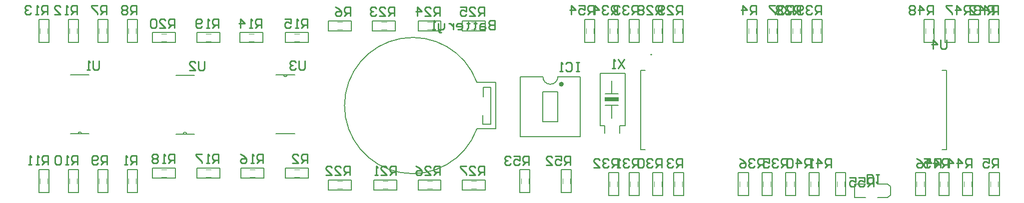
<source format=gbo>
G04*
G04 #@! TF.GenerationSoftware,Altium Limited,Altium Designer,18.0.7 (293)*
G04*
G04 Layer_Color=32896*
%FSTAX24Y24*%
%MOIN*%
G70*
G01*
G75*
%ADD10C,0.0060*%
%ADD11C,0.0100*%
%ADD12C,0.0040*%
%ADD13C,0.0050*%
%ADD14C,0.0070*%
%ADD51C,0.0150*%
%ADD52C,0.0079*%
%ADD53R,0.0920X0.0290*%
D10*
X004486Y040245D02*
G03*
X004246Y040245I-00012J0D01*
G01*
X017954Y044185D02*
G03*
X018194Y044185I00012J0D01*
G01*
X011502Y040229D02*
G03*
X011262Y040229I-00012J0D01*
G01*
X003746Y040245D02*
X004246D01*
X004486D01*
X004986D01*
X003746Y044185D02*
X004986D01*
X018194D02*
X018694D01*
X017954D02*
X018194D01*
X017454D02*
X017954D01*
X017454Y040245D02*
X018694D01*
X010762Y044169D02*
X012002D01*
X011502Y040229D02*
X012002D01*
X011262D02*
X011502D01*
X010762D02*
X011262D01*
D11*
X057296Y036728D02*
Y037327D01*
X056996D01*
X056896Y037228D01*
Y037028D01*
X056996Y036928D01*
X057296D01*
X057096D02*
X056896Y036728D01*
X056296Y037327D02*
X056696D01*
Y037028D01*
X056496Y037128D01*
X056396D01*
X056296Y037028D01*
Y036828D01*
X056396Y036728D01*
X056596D01*
X056696Y036828D01*
X055696Y037327D02*
X056096D01*
Y037028D01*
X055896Y037128D01*
X055796D01*
X055696Y037028D01*
Y036828D01*
X055796Y036728D01*
X055996D01*
X056096Y036828D01*
X03707Y03817D02*
Y03877D01*
X03677D01*
X03667Y03867D01*
Y03847D01*
X03677Y03837D01*
X03707D01*
X03687D02*
X03667Y03817D01*
X03607Y03877D02*
X03647D01*
Y03847D01*
X03627Y03857D01*
X03617D01*
X03607Y03847D01*
Y03827D01*
X03617Y03817D01*
X03637D01*
X03647Y03827D01*
X035471Y03817D02*
X03587D01*
X035471Y03857D01*
Y03867D01*
X03557Y03877D01*
X03577D01*
X03587Y03867D01*
X02535Y048127D02*
Y048727D01*
X02505D01*
X02495Y048627D01*
Y048427D01*
X02505Y048327D01*
X02535D01*
X02515D02*
X02495Y048127D01*
X02435D02*
X02475D01*
X02435Y048527D01*
Y048627D01*
X02445Y048727D01*
X02465D01*
X02475Y048627D01*
X02415D02*
X02405Y048727D01*
X02385D01*
X023751Y048627D01*
Y048527D01*
X02385Y048427D01*
X02395D01*
X02385D01*
X023751Y048327D01*
Y048227D01*
X02385Y048127D01*
X02405D01*
X02415Y048227D01*
X02239Y037497D02*
Y038097D01*
X02209D01*
X02199Y037997D01*
Y037797D01*
X02209Y037697D01*
X02239D01*
X02219D02*
X02199Y037497D01*
X02139D02*
X02179D01*
X02139Y037897D01*
Y037997D01*
X02149Y038097D01*
X02169D01*
X02179Y037997D01*
X020791Y037497D02*
X02119D01*
X020791Y037897D01*
Y037997D01*
X02089Y038097D01*
X02109D01*
X02119Y037997D01*
X02543Y037497D02*
Y038097D01*
X02513D01*
X02503Y037997D01*
Y037797D01*
X02513Y037697D01*
X02543D01*
X02523D02*
X02503Y037497D01*
X02443D02*
X02483D01*
X02443Y037897D01*
Y037997D01*
X02453Y038097D01*
X02473D01*
X02483Y037997D01*
X02423Y037497D02*
X02403D01*
X02413D01*
Y038097D01*
X02423Y037997D01*
X01067Y047337D02*
Y047937D01*
X01037D01*
X01027Y047837D01*
Y047637D01*
X01037Y047537D01*
X01067D01*
X01047D02*
X01027Y047337D01*
X00967D02*
X01007D01*
X00967Y047737D01*
Y047837D01*
X00977Y047937D01*
X00997D01*
X01007Y047837D01*
X00947D02*
X00937Y047937D01*
X00917D01*
X009071Y047837D01*
Y047437D01*
X00917Y047337D01*
X00937D01*
X00947Y047437D01*
Y047837D01*
X01362Y047337D02*
Y047937D01*
X01332D01*
X01322Y047837D01*
Y047637D01*
X01332Y047537D01*
X01362D01*
X01342D02*
X01322Y047337D01*
X01302D02*
X01282D01*
X01292D01*
Y047937D01*
X01302Y047837D01*
X01252Y047437D02*
X01242Y047337D01*
X01222D01*
X01212Y047437D01*
Y047837D01*
X01222Y047937D01*
X01242D01*
X01252Y047837D01*
Y047737D01*
X01242Y047637D01*
X01212D01*
X01067Y038287D02*
Y038887D01*
X01037D01*
X01027Y038787D01*
Y038587D01*
X01037Y038487D01*
X01067D01*
X01047D02*
X01027Y038287D01*
X01007D02*
X00987D01*
X00997D01*
Y038887D01*
X01007Y038787D01*
X00957D02*
X00947Y038887D01*
X00927D01*
X00917Y038787D01*
Y038687D01*
X00927Y038587D01*
X00917Y038487D01*
Y038387D01*
X00927Y038287D01*
X00947D01*
X00957Y038387D01*
Y038487D01*
X00947Y038587D01*
X00957Y038687D01*
Y038787D01*
X00947Y038587D02*
X00927D01*
X01362Y038287D02*
Y038887D01*
X01332D01*
X01322Y038787D01*
Y038587D01*
X01332Y038487D01*
X01362D01*
X01342D02*
X01322Y038287D01*
X01302D02*
X01282D01*
X01292D01*
Y038887D01*
X01302Y038787D01*
X01252Y038887D02*
X01212D01*
Y038787D01*
X01252Y038387D01*
Y038287D01*
X04067Y045207D02*
X04027Y044607D01*
Y045207D02*
X04067Y044607D01*
X04007D02*
X03987D01*
X03997D01*
Y045207D01*
X04007Y045107D01*
X06218Y04651D02*
Y04601D01*
X06208Y04591D01*
X06188D01*
X06178Y04601D01*
Y04651D01*
X06128Y04591D02*
Y04651D01*
X06158Y04621D01*
X06118D01*
X01937Y04511D02*
Y04461D01*
X01927Y04451D01*
X01907D01*
X01897Y04461D01*
Y04511D01*
X01877Y04501D02*
X01867Y04511D01*
X01847D01*
X01837Y04501D01*
Y04491D01*
X01847Y04481D01*
X01857D01*
X01847D01*
X01837Y04471D01*
Y04461D01*
X01847Y04451D01*
X01867D01*
X01877Y04461D01*
X01268Y045097D02*
Y044597D01*
X01258Y044497D01*
X01238D01*
X01228Y044597D01*
Y045097D01*
X01168Y044497D02*
X01208D01*
X01168Y044897D01*
Y044997D01*
X01178Y045097D01*
X01198D01*
X01208Y044997D01*
X00566Y04511D02*
Y04461D01*
X00556Y04451D01*
X00536D01*
X00526Y04461D01*
Y04511D01*
X00506Y04451D02*
X00486D01*
X00496D01*
Y04511D01*
X00506Y04501D01*
X03865Y04822D02*
Y04882D01*
X03835D01*
X03825Y04872D01*
Y04852D01*
X03835Y04842D01*
X03865D01*
X03845D02*
X03825Y04822D01*
X03765Y04882D02*
X03805D01*
Y04852D01*
X03785Y04862D01*
X03775D01*
X03765Y04852D01*
Y04832D01*
X03775Y04822D01*
X03795D01*
X03805Y04832D01*
X03715Y04822D02*
Y04882D01*
X03745Y04852D01*
X037051D01*
X03431Y03817D02*
Y03877D01*
X03401D01*
X03391Y03867D01*
Y03847D01*
X03401Y03837D01*
X03431D01*
X03411D02*
X03391Y03817D01*
X03331Y03877D02*
X03371D01*
Y03847D01*
X03351Y03857D01*
X03341D01*
X03331Y03847D01*
Y03827D01*
X03341Y03817D01*
X03361D01*
X03371Y03827D01*
X03311Y03867D02*
X03301Y03877D01*
X03281D01*
X032711Y03867D01*
Y03857D01*
X03281Y03847D01*
X03291D01*
X03281D01*
X032711Y03837D01*
Y03827D01*
X03281Y03817D01*
X03301D01*
X03311Y03827D01*
X06128Y04821D02*
Y04881D01*
X06098D01*
X06088Y04871D01*
Y04851D01*
X06098Y04841D01*
X06128D01*
X06108D02*
X06088Y04821D01*
X06038D02*
Y04881D01*
X06068Y04851D01*
X06028D01*
X06008Y04871D02*
X05998Y04881D01*
X05978D01*
X059681Y04871D01*
Y04861D01*
X05978Y04851D01*
X059681Y04841D01*
Y04831D01*
X05978Y04821D01*
X05998D01*
X06008Y04831D01*
Y04841D01*
X05998Y04851D01*
X06008Y04861D01*
Y04871D01*
X05998Y04851D02*
X05978D01*
X06374Y04821D02*
Y04881D01*
X06344D01*
X06334Y04871D01*
Y04851D01*
X06344Y04841D01*
X06374D01*
X06354D02*
X06334Y04821D01*
X06284D02*
Y04881D01*
X06314Y04851D01*
X06274D01*
X06254Y04881D02*
X062141D01*
Y04871D01*
X06254Y04831D01*
Y04821D01*
X06178Y03798D02*
Y03858D01*
X06148D01*
X06138Y03848D01*
Y03828D01*
X06148Y03818D01*
X06178D01*
X06158D02*
X06138Y03798D01*
X06088D02*
Y03858D01*
X06118Y03828D01*
X06078D01*
X060181Y03858D02*
X06038Y03848D01*
X06058Y03828D01*
Y03808D01*
X06048Y03798D01*
X06028D01*
X060181Y03808D01*
Y03818D01*
X06028Y03828D01*
X06058D01*
X06227Y03798D02*
Y03858D01*
X06197D01*
X06187Y03848D01*
Y03828D01*
X06197Y03818D01*
X06227D01*
X06207D02*
X06187Y03798D01*
X06137D02*
Y03858D01*
X06167Y03828D01*
X06127D01*
X060671Y03858D02*
X06107D01*
Y03828D01*
X06087Y03838D01*
X06077D01*
X060671Y03828D01*
Y03808D01*
X06077Y03798D01*
X06097D01*
X06107Y03808D01*
X06385Y03798D02*
Y03858D01*
X06355D01*
X06345Y03848D01*
Y03828D01*
X06355Y03818D01*
X06385D01*
X06365D02*
X06345Y03798D01*
X06295D02*
Y03858D01*
X06325Y03828D01*
X06285D01*
X06235Y03798D02*
Y03858D01*
X06265Y03828D01*
X062251D01*
X06561Y04821D02*
Y04881D01*
X06531D01*
X06521Y04871D01*
Y04851D01*
X06531Y04841D01*
X06561D01*
X06541D02*
X06521Y04821D01*
X06471D02*
Y04881D01*
X06501Y04851D01*
X06461D01*
X06441Y04871D02*
X06431Y04881D01*
X06411D01*
X064011Y04871D01*
Y04861D01*
X06411Y04851D01*
X06421D01*
X06411D01*
X064011Y04841D01*
Y04831D01*
X06411Y04821D01*
X06431D01*
X06441Y04831D01*
X06531Y04821D02*
Y04881D01*
X06501D01*
X06491Y04871D01*
Y04851D01*
X06501Y04841D01*
X06531D01*
X06511D02*
X06491Y04821D01*
X06441D02*
Y04881D01*
X06471Y04851D01*
X06431D01*
X063711Y04821D02*
X06411D01*
X063711Y04861D01*
Y04871D01*
X06381Y04881D01*
X06401D01*
X06411Y04871D01*
X05449Y03798D02*
Y03858D01*
X05419D01*
X05409Y03848D01*
Y03828D01*
X05419Y03818D01*
X05449D01*
X05429D02*
X05409Y03798D01*
X05359D02*
Y03858D01*
X05389Y03828D01*
X05349D01*
X05329Y03798D02*
X05309D01*
X05319D01*
Y03858D01*
X05329Y03848D01*
X05312Y03798D02*
Y03858D01*
X05282D01*
X05272Y03848D01*
Y03828D01*
X05282Y03818D01*
X05312D01*
X05292D02*
X05272Y03798D01*
X05222D02*
Y03858D01*
X05252Y03828D01*
X05212D01*
X05192Y03848D02*
X05182Y03858D01*
X05162D01*
X051521Y03848D01*
Y03808D01*
X05162Y03798D01*
X05182D01*
X05192Y03808D01*
Y03848D01*
X0538Y04821D02*
Y04881D01*
X0535D01*
X0534Y04871D01*
Y04851D01*
X0535Y04841D01*
X0538D01*
X0536D02*
X0534Y04821D01*
X0532Y04871D02*
X0531Y04881D01*
X0529D01*
X0528Y04871D01*
Y04861D01*
X0529Y04851D01*
X053D01*
X0529D01*
X0528Y04841D01*
Y04831D01*
X0529Y04821D01*
X0531D01*
X0532Y04831D01*
X0526D02*
X0525Y04821D01*
X0523D01*
X052201Y04831D01*
Y04871D01*
X0523Y04881D01*
X0525D01*
X0526Y04871D01*
Y04861D01*
X0525Y04851D01*
X052201D01*
X05242Y04821D02*
Y04881D01*
X05212D01*
X05202Y04871D01*
Y04851D01*
X05212Y04841D01*
X05242D01*
X05222D02*
X05202Y04821D01*
X05182Y04871D02*
X05172Y04881D01*
X05152D01*
X05142Y04871D01*
Y04861D01*
X05152Y04851D01*
X05162D01*
X05152D01*
X05142Y04841D01*
Y04831D01*
X05152Y04821D01*
X05172D01*
X05182Y04831D01*
X05122Y04871D02*
X05112Y04881D01*
X05092D01*
X050821Y04871D01*
Y04861D01*
X05092Y04851D01*
X050821Y04841D01*
Y04831D01*
X05092Y04821D01*
X05112D01*
X05122Y04831D01*
Y04841D01*
X05112Y04851D01*
X05122Y04861D01*
Y04871D01*
X05112Y04851D02*
X05092D01*
X05193Y04821D02*
Y04881D01*
X05163D01*
X05153Y04871D01*
Y04851D01*
X05163Y04841D01*
X05193D01*
X05173D02*
X05153Y04821D01*
X05133Y04871D02*
X05123Y04881D01*
X05103D01*
X05093Y04871D01*
Y04861D01*
X05103Y04851D01*
X05113D01*
X05103D01*
X05093Y04841D01*
Y04831D01*
X05103Y04821D01*
X05123D01*
X05133Y04831D01*
X05073Y04881D02*
X050331D01*
Y04871D01*
X05073Y04831D01*
Y04821D01*
X04997Y03798D02*
Y03858D01*
X04967D01*
X04957Y03848D01*
Y03828D01*
X04967Y03818D01*
X04997D01*
X04977D02*
X04957Y03798D01*
X04937Y03848D02*
X04927Y03858D01*
X04907D01*
X04897Y03848D01*
Y03838D01*
X04907Y03828D01*
X04917D01*
X04907D01*
X04897Y03818D01*
Y03808D01*
X04907Y03798D01*
X04927D01*
X04937Y03808D01*
X048371Y03858D02*
X04857Y03848D01*
X04877Y03828D01*
Y03808D01*
X04867Y03798D01*
X04847D01*
X048371Y03808D01*
Y03818D01*
X04847Y03828D01*
X04877D01*
X05154Y03798D02*
Y03858D01*
X05124D01*
X05114Y03848D01*
Y03828D01*
X05124Y03818D01*
X05154D01*
X05134D02*
X05114Y03798D01*
X05094Y03848D02*
X05084Y03858D01*
X05064D01*
X05054Y03848D01*
Y03838D01*
X05064Y03828D01*
X05074D01*
X05064D01*
X05054Y03818D01*
Y03808D01*
X05064Y03798D01*
X05084D01*
X05094Y03808D01*
X049941Y03858D02*
X05034D01*
Y03828D01*
X05014Y03838D01*
X05004D01*
X049941Y03828D01*
Y03808D01*
X05004Y03798D01*
X05024D01*
X05034Y03808D01*
X04022Y04821D02*
Y04881D01*
X03992D01*
X03982Y04871D01*
Y04851D01*
X03992Y04841D01*
X04022D01*
X04002D02*
X03982Y04821D01*
X03962Y04871D02*
X03952Y04881D01*
X03932D01*
X03922Y04871D01*
Y04861D01*
X03932Y04851D01*
X03942D01*
X03932D01*
X03922Y04841D01*
Y04831D01*
X03932Y04821D01*
X03952D01*
X03962Y04831D01*
X03872Y04821D02*
Y04881D01*
X03902Y04851D01*
X038621D01*
X04159Y04821D02*
Y04881D01*
X04129D01*
X04119Y04871D01*
Y04851D01*
X04129Y04841D01*
X04159D01*
X04139D02*
X04119Y04821D01*
X04099Y04871D02*
X04089Y04881D01*
X04069D01*
X04059Y04871D01*
Y04861D01*
X04069Y04851D01*
X04079D01*
X04069D01*
X04059Y04841D01*
Y04831D01*
X04069Y04821D01*
X04089D01*
X04099Y04831D01*
X04039Y04871D02*
X04029Y04881D01*
X04009D01*
X039991Y04871D01*
Y04861D01*
X04009Y04851D01*
X04019D01*
X04009D01*
X039991Y04841D01*
Y04831D01*
X04009Y04821D01*
X04029D01*
X04039Y04831D01*
X04023Y03798D02*
Y03858D01*
X03993D01*
X03983Y03848D01*
Y03828D01*
X03993Y03818D01*
X04023D01*
X04003D02*
X03983Y03798D01*
X03963Y03848D02*
X03953Y03858D01*
X03933D01*
X03923Y03848D01*
Y03838D01*
X03933Y03828D01*
X03943D01*
X03933D01*
X03923Y03818D01*
Y03808D01*
X03933Y03798D01*
X03953D01*
X03963Y03808D01*
X038631Y03798D02*
X03903D01*
X038631Y03838D01*
Y03848D01*
X03873Y03858D01*
X03893D01*
X03903Y03848D01*
X0416Y03798D02*
Y03858D01*
X0413D01*
X0412Y03848D01*
Y03828D01*
X0413Y03818D01*
X0416D01*
X0414D02*
X0412Y03798D01*
X041Y03848D02*
X0409Y03858D01*
X0407D01*
X0406Y03848D01*
Y03838D01*
X0407Y03828D01*
X0408D01*
X0407D01*
X0406Y03818D01*
Y03808D01*
X0407Y03798D01*
X0409D01*
X041Y03808D01*
X0404Y03798D02*
X0402D01*
X0403D01*
Y03858D01*
X0404Y03848D01*
X04318Y03798D02*
Y03858D01*
X04288D01*
X04278Y03848D01*
Y03828D01*
X04288Y03818D01*
X04318D01*
X04298D02*
X04278Y03798D01*
X04258Y03848D02*
X04248Y03858D01*
X04228D01*
X04218Y03848D01*
Y03838D01*
X04228Y03828D01*
X04238D01*
X04228D01*
X04218Y03818D01*
Y03808D01*
X04228Y03798D01*
X04248D01*
X04258Y03808D01*
X04198Y03848D02*
X04188Y03858D01*
X04168D01*
X041581Y03848D01*
Y03808D01*
X04168Y03798D01*
X04188D01*
X04198Y03808D01*
Y03848D01*
X04455Y04821D02*
Y04881D01*
X04425D01*
X04415Y04871D01*
Y04851D01*
X04425Y04841D01*
X04455D01*
X04435D02*
X04415Y04821D01*
X04355D02*
X04395D01*
X04355Y04861D01*
Y04871D01*
X04365Y04881D01*
X04385D01*
X04395Y04871D01*
X04335Y04831D02*
X04325Y04821D01*
X04305D01*
X042951Y04831D01*
Y04871D01*
X04305Y04881D01*
X04325D01*
X04335Y04871D01*
Y04861D01*
X04325Y04851D01*
X042951D01*
X04317Y04821D02*
Y04881D01*
X04287D01*
X04277Y04871D01*
Y04851D01*
X04287Y04841D01*
X04317D01*
X04297D02*
X04277Y04821D01*
X04217D02*
X04257D01*
X04217Y04861D01*
Y04871D01*
X04227Y04881D01*
X04247D01*
X04257Y04871D01*
X04197D02*
X04187Y04881D01*
X04167D01*
X041571Y04871D01*
Y04861D01*
X04167Y04851D01*
X041571Y04841D01*
Y04831D01*
X04167Y04821D01*
X04187D01*
X04197Y04831D01*
Y04841D01*
X04187Y04851D01*
X04197Y04861D01*
Y04871D01*
X04187Y04851D02*
X04167D01*
X03134Y037497D02*
Y038097D01*
X03104D01*
X03094Y037997D01*
Y037797D01*
X03104Y037697D01*
X03134D01*
X03114D02*
X03094Y037497D01*
X03034D02*
X03074D01*
X03034Y037897D01*
Y037997D01*
X03044Y038097D01*
X03064D01*
X03074Y037997D01*
X03014Y038097D02*
X029741D01*
Y037997D01*
X03014Y037597D01*
Y037497D01*
X02838D02*
Y038097D01*
X02808D01*
X02798Y037997D01*
Y037797D01*
X02808Y037697D01*
X02838D01*
X02818D02*
X02798Y037497D01*
X02738D02*
X02778D01*
X02738Y037897D01*
Y037997D01*
X02748Y038097D01*
X02768D01*
X02778Y037997D01*
X026781Y038097D02*
X02698Y037997D01*
X02718Y037797D01*
Y037597D01*
X02708Y037497D01*
X02688D01*
X026781Y037597D01*
Y037697D01*
X02688Y037797D01*
X02718D01*
X03134Y048127D02*
Y048727D01*
X03104D01*
X03094Y048627D01*
Y048427D01*
X03104Y048327D01*
X03134D01*
X03114D02*
X03094Y048127D01*
X03034D02*
X03074D01*
X03034Y048527D01*
Y048627D01*
X03044Y048727D01*
X03064D01*
X03074Y048627D01*
X029741Y048727D02*
X03014D01*
Y048427D01*
X02994Y048527D01*
X02984D01*
X029741Y048427D01*
Y048227D01*
X02984Y048127D01*
X03004D01*
X03014Y048227D01*
X02838Y048127D02*
Y048727D01*
X02808D01*
X02798Y048627D01*
Y048427D01*
X02808Y048327D01*
X02838D01*
X02818D02*
X02798Y048127D01*
X02738D02*
X02778D01*
X02738Y048527D01*
Y048627D01*
X02748Y048727D01*
X02768D01*
X02778Y048627D01*
X02688Y048127D02*
Y048727D01*
X02718Y048427D01*
X026781D01*
X01657Y038287D02*
Y038887D01*
X01627D01*
X01617Y038787D01*
Y038587D01*
X01627Y038487D01*
X01657D01*
X01637D02*
X01617Y038287D01*
X01597D02*
X01577D01*
X01587D01*
Y038887D01*
X01597Y038787D01*
X01507Y038887D02*
X01527Y038787D01*
X01547Y038587D01*
Y038387D01*
X01537Y038287D01*
X01517D01*
X01507Y038387D01*
Y038487D01*
X01517Y038587D01*
X01547D01*
X01953Y047337D02*
Y047937D01*
X01923D01*
X01913Y047837D01*
Y047637D01*
X01923Y047537D01*
X01953D01*
X01933D02*
X01913Y047337D01*
X01893D02*
X01873D01*
X01883D01*
Y047937D01*
X01893Y047837D01*
X01803Y047937D02*
X01843D01*
Y047637D01*
X01823Y047737D01*
X01813D01*
X01803Y047637D01*
Y047437D01*
X01813Y047337D01*
X01833D01*
X01843Y047437D01*
X01649Y047337D02*
Y047937D01*
X01619D01*
X01609Y047837D01*
Y047637D01*
X01619Y047537D01*
X01649D01*
X01629D02*
X01609Y047337D01*
X01589D02*
X01569D01*
X01579D01*
Y047937D01*
X01589Y047837D01*
X01509Y047337D02*
Y047937D01*
X01539Y047637D01*
X01499D01*
X00419Y048207D02*
Y048807D01*
X00389D01*
X00379Y048707D01*
Y048507D01*
X00389Y048407D01*
X00419D01*
X00399D02*
X00379Y048207D01*
X00359D02*
X00339D01*
X00349D01*
Y048807D01*
X00359Y048707D01*
X00269Y048207D02*
X00309D01*
X00269Y048607D01*
Y048707D01*
X00279Y048807D01*
X00299D01*
X00309Y048707D01*
X00223Y038177D02*
Y038777D01*
X00193D01*
X00183Y038677D01*
Y038477D01*
X00193Y038377D01*
X00223D01*
X00203D02*
X00183Y038177D01*
X00163D02*
X00143D01*
X00153D01*
Y038777D01*
X00163Y038677D01*
X00113Y038177D02*
X00093D01*
X00103D01*
Y038777D01*
X00113Y038677D01*
X0042Y038177D02*
Y038777D01*
X0039D01*
X0038Y038677D01*
Y038477D01*
X0039Y038377D01*
X0042D01*
X004D02*
X0038Y038177D01*
X0036D02*
X0034D01*
X0035D01*
Y038777D01*
X0036Y038677D01*
X0031D02*
X003Y038777D01*
X0028D01*
X0027Y038677D01*
Y038277D01*
X0028Y038177D01*
X003D01*
X0031Y038277D01*
Y038677D01*
X00617Y038177D02*
Y038777D01*
X00587D01*
X00577Y038677D01*
Y038477D01*
X00587Y038377D01*
X00617D01*
X00597D02*
X00577Y038177D01*
X00557Y038277D02*
X00547Y038177D01*
X00527D01*
X00517Y038277D01*
Y038677D01*
X00527Y038777D01*
X00547D01*
X00557Y038677D01*
Y038577D01*
X00547Y038477D01*
X00517D01*
X00813Y048207D02*
Y048807D01*
X00783D01*
X00773Y048707D01*
Y048507D01*
X00783Y048407D01*
X00813D01*
X00793D02*
X00773Y048207D01*
X00753Y048707D02*
X00743Y048807D01*
X00723D01*
X00713Y048707D01*
Y048607D01*
X00723Y048507D01*
X00713Y048407D01*
Y048307D01*
X00723Y048207D01*
X00743D01*
X00753Y048307D01*
Y048407D01*
X00743Y048507D01*
X00753Y048607D01*
Y048707D01*
X00743Y048507D02*
X00723D01*
X00616Y048207D02*
Y048807D01*
X00586D01*
X00576Y048707D01*
Y048507D01*
X00586Y048407D01*
X00616D01*
X00596D02*
X00576Y048207D01*
X00556Y048807D02*
X00516D01*
Y048707D01*
X00556Y048307D01*
Y048207D01*
X00222D02*
Y048807D01*
X00192D01*
X00182Y048707D01*
Y048507D01*
X00192Y048407D01*
X00222D01*
X00202D02*
X00182Y048207D01*
X00162D02*
X00142D01*
X00152D01*
Y048807D01*
X00162Y048707D01*
X00112D02*
X00102Y048807D01*
X00082D01*
X00072Y048707D01*
Y048607D01*
X00082Y048507D01*
X00092D01*
X00082D01*
X00072Y048407D01*
Y048307D01*
X00082Y048207D01*
X00102D01*
X00112Y048307D01*
X06562Y03798D02*
Y03858D01*
X06532D01*
X06522Y03848D01*
Y03828D01*
X06532Y03818D01*
X06562D01*
X06542D02*
X06522Y03798D01*
X06462Y03858D02*
X06502D01*
Y03828D01*
X06482Y03838D01*
X06472D01*
X06462Y03828D01*
Y03808D01*
X06472Y03798D01*
X06492D01*
X06502Y03808D01*
X04947Y04821D02*
Y04881D01*
X04917D01*
X04907Y04871D01*
Y04851D01*
X04917Y04841D01*
X04947D01*
X04927D02*
X04907Y04821D01*
X04857D02*
Y04881D01*
X04887Y04851D01*
X04847D01*
X04456Y03798D02*
Y03858D01*
X04426D01*
X04416Y03848D01*
Y03828D01*
X04426Y03818D01*
X04456D01*
X04436D02*
X04416Y03798D01*
X04396Y03848D02*
X04386Y03858D01*
X04366D01*
X04356Y03848D01*
Y03838D01*
X04366Y03828D01*
X04376D01*
X04366D01*
X04356Y03818D01*
Y03808D01*
X04366Y03798D01*
X04386D01*
X04396Y03808D01*
X0224Y048117D02*
Y048717D01*
X0221D01*
X022Y048617D01*
Y048417D01*
X0221Y048317D01*
X0224D01*
X0222D02*
X022Y048117D01*
X0214Y048717D02*
X0216Y048617D01*
X0218Y048417D01*
Y048217D01*
X0217Y048117D01*
X0215D01*
X0214Y048217D01*
Y048317D01*
X0215Y048417D01*
X0218D01*
X01953Y038287D02*
Y038887D01*
X01923D01*
X01913Y038787D01*
Y038587D01*
X01923Y038487D01*
X01953D01*
X01933D02*
X01913Y038287D01*
X01853D02*
X01893D01*
X01853Y038687D01*
Y038787D01*
X01863Y038887D01*
X01883D01*
X01893Y038787D01*
X00814Y038177D02*
Y038777D01*
X00784D01*
X00774Y038677D01*
Y038477D01*
X00784Y038377D01*
X00814D01*
X00794D02*
X00774Y038177D01*
X00754D02*
X00734D01*
X00744D01*
Y038777D01*
X00754Y038677D01*
X03769Y04501D02*
X03749D01*
X03759D01*
Y04441D01*
X03769D01*
X03749D01*
X03679Y04491D02*
X03689Y04501D01*
X03709D01*
X03719Y04491D01*
Y04451D01*
X03709Y04441D01*
X03689D01*
X03679Y04451D01*
X03659Y04441D02*
X03639D01*
X03649D01*
Y04501D01*
X03659Y04491D01*
X056884Y036925D02*
Y037524D01*
X057183D01*
X057283Y037424D01*
Y037024D01*
X057183Y036925D01*
X056884D01*
X057483Y037524D02*
X057683D01*
X057583D01*
Y036925D01*
X057483Y037024D01*
X03206Y047817D02*
Y047217D01*
X03176D01*
X03166Y047317D01*
Y047417D01*
X03176Y047517D01*
X03206D01*
X03176D01*
X03166Y047617D01*
Y047717D01*
X03176Y047817D01*
X03206D01*
X03136Y047617D02*
X03116D01*
X03106Y047517D01*
Y047217D01*
X03136D01*
X03146Y047317D01*
X03136Y047417D01*
X03106D01*
X03076Y047717D02*
Y047617D01*
X03086D01*
X03066D01*
X03076D01*
Y047317D01*
X03066Y047217D01*
X030261Y047717D02*
Y047617D01*
X030361D01*
X030161D01*
X030261D01*
Y047317D01*
X030161Y047217D01*
X029561D02*
X029761D01*
X029861Y047317D01*
Y047517D01*
X029761Y047617D01*
X029561D01*
X029461Y047517D01*
Y047417D01*
X029861D01*
X029261Y047617D02*
Y047217D01*
Y047417D01*
X029161Y047517D01*
X029061Y047617D01*
X028961D01*
X028661D02*
Y047317D01*
X028561Y047217D01*
X028261D01*
Y047117D01*
X028361Y047017D01*
X028461D01*
X028261Y047217D02*
Y047617D01*
X028061Y047217D02*
X027861D01*
X027961D01*
Y047817D01*
X028061Y047717D01*
D12*
X048372Y036717D02*
Y037057D01*
X048872Y036717D02*
Y037057D01*
X060183Y036717D02*
Y037057D01*
X060683Y036717D02*
Y037057D01*
X038136Y046953D02*
Y047293D01*
X038636Y046953D02*
Y047293D01*
X055368Y036717D02*
Y037057D01*
X054868Y036717D02*
Y037057D01*
X051522Y036717D02*
Y037057D01*
X052022Y036717D02*
Y037057D01*
X053096Y036717D02*
Y037057D01*
X053596Y036717D02*
Y037057D01*
X064226Y046953D02*
Y047293D01*
X063726Y046953D02*
Y047293D01*
X050841Y046953D02*
Y047293D01*
X050341Y046953D02*
Y047293D01*
X062652Y046953D02*
Y047293D01*
X062152Y046953D02*
Y047293D01*
X049947Y036717D02*
Y037057D01*
X050447Y036717D02*
Y037057D01*
X036561Y036914D02*
Y037254D01*
X037061Y036914D02*
Y037254D01*
X043163Y036717D02*
Y037057D01*
X042663Y036717D02*
Y037057D01*
X041589Y036717D02*
Y037057D01*
X041089Y036717D02*
Y037057D01*
X02753Y037081D02*
X02787D01*
X02753Y036581D02*
X02787D01*
X030482Y047711D02*
X030822D01*
X030482Y047211D02*
X030822D01*
X033805Y036914D02*
Y037254D01*
X034305Y036914D02*
Y037254D01*
X060774Y046953D02*
Y047293D01*
X061274Y046953D02*
Y047293D01*
X062258Y036717D02*
Y037057D01*
X061758Y036717D02*
Y037057D01*
X063833Y036717D02*
Y037057D01*
X063333Y036717D02*
Y037057D01*
X065104Y046953D02*
Y047293D01*
X065604Y046953D02*
Y047293D01*
X053293Y046953D02*
Y047293D01*
X053793Y046953D02*
Y047293D01*
X051915Y046953D02*
Y047293D01*
X052415Y046953D02*
Y047293D01*
X039711Y046953D02*
Y047293D01*
X040211Y046953D02*
Y047293D01*
X041089Y046953D02*
Y047293D01*
X041589Y046953D02*
Y047293D01*
X040211Y036717D02*
Y037057D01*
X039711Y036717D02*
Y037057D01*
X044041Y046953D02*
Y047293D01*
X044541Y046953D02*
Y047293D01*
X042663Y046953D02*
Y047293D01*
X043163Y046953D02*
Y047293D01*
X030482Y037081D02*
X030822D01*
X030482Y036581D02*
X030822D01*
X02753Y047711D02*
X02787D01*
X02753Y047211D02*
X02787D01*
X024493Y047711D02*
X024833D01*
X024493Y047211D02*
X024833D01*
X02154Y037081D02*
X02188D01*
X02154Y036581D02*
X02188D01*
X024577Y037081D02*
X024917D01*
X024577Y036581D02*
X024917D01*
X009813Y046923D02*
X010153D01*
X009813Y046423D02*
X010153D01*
X012766Y046923D02*
X013106D01*
X012766Y046423D02*
X013106D01*
X009813Y037868D02*
X010153D01*
X009813Y037368D02*
X010153D01*
X012766Y037868D02*
X013106D01*
X012766Y037368D02*
X013106D01*
X015719Y037868D02*
X016059D01*
X015719Y037368D02*
X016059D01*
X018671Y046923D02*
X019011D01*
X018671Y046423D02*
X019011D01*
X015634Y046923D02*
X015974D01*
X015634Y046423D02*
X015974D01*
X003687Y046953D02*
Y047293D01*
X004187Y046953D02*
Y047293D01*
X002218Y036914D02*
Y037254D01*
X001718Y036914D02*
Y037254D01*
X004187Y036914D02*
Y037254D01*
X003687Y036914D02*
Y037254D01*
X006156Y036914D02*
Y037254D01*
X005656Y036914D02*
Y037254D01*
X007624Y046953D02*
Y047293D01*
X008124Y046953D02*
Y047293D01*
X005656Y046953D02*
Y047293D01*
X006156Y046953D02*
Y047293D01*
X065604Y036717D02*
Y037057D01*
X065104Y036717D02*
Y037057D01*
X048963Y046953D02*
Y047293D01*
X049463Y046953D02*
Y047293D01*
X044541Y036717D02*
Y037057D01*
X044041Y036717D02*
Y037057D01*
X02154Y047211D02*
X02188D01*
X02154Y047711D02*
X02188D01*
X018671Y037868D02*
X019011D01*
X018671Y037368D02*
X019011D01*
X008124Y036914D02*
Y037254D01*
X007624Y036914D02*
Y037254D01*
X001718Y046953D02*
Y047293D01*
X002218Y046953D02*
Y047293D01*
D13*
X048962Y036127D02*
Y037657D01*
X048292Y036127D02*
X048962D01*
X048292D02*
Y037657D01*
X048962D01*
X060773Y036127D02*
Y037657D01*
X060103Y036127D02*
X060773D01*
X060103D02*
Y037657D01*
X060773D01*
X038726Y046363D02*
Y047893D01*
X038056Y046363D02*
X038726D01*
X038056D02*
Y047893D01*
X038726D01*
X054778Y036117D02*
Y037647D01*
X055448D01*
Y036117D02*
Y037647D01*
X054778Y036117D02*
X055448D01*
X052112Y036127D02*
Y037657D01*
X051442Y036127D02*
X052112D01*
X051442D02*
Y037657D01*
X052112D01*
X053686Y036127D02*
Y037657D01*
X053016Y036127D02*
X053686D01*
X053016D02*
Y037657D01*
X053686D01*
X063636Y046353D02*
Y047883D01*
X064306D01*
Y046353D02*
Y047883D01*
X063636Y046353D02*
X064306D01*
X050251D02*
Y047883D01*
X050921D01*
Y046353D02*
Y047883D01*
X050251Y046353D02*
X050921D01*
X062062D02*
Y047883D01*
X062732D01*
Y046353D02*
Y047883D01*
X062062Y046353D02*
X062732D01*
X050537Y036127D02*
Y037657D01*
X049867Y036127D02*
X050537D01*
X049867D02*
Y037657D01*
X050537D01*
X036471Y036314D02*
X037141D01*
Y037844D01*
X036471D02*
X037141D01*
X036471Y036314D02*
Y037844D01*
X042583Y037657D02*
X043253D01*
X042583Y036127D02*
Y037657D01*
Y036127D02*
X043253D01*
Y037657D01*
X041009D02*
X041679D01*
X041009Y036127D02*
Y037657D01*
Y036127D02*
X041679D01*
Y037657D01*
X02693Y036501D02*
Y037171D01*
Y036501D02*
X02846D01*
Y037171D01*
X02693D02*
X02846D01*
X029882Y047131D02*
Y047801D01*
Y047131D02*
X031412D01*
Y047801D01*
X029882D02*
X031412D01*
X033715Y036314D02*
X034385D01*
Y037844D01*
X033715D02*
X034385D01*
X033715Y036314D02*
Y037844D01*
X060684Y046353D02*
X061354D01*
Y047883D01*
X060684D02*
X061354D01*
X060684Y046353D02*
Y047883D01*
X061678Y037657D02*
X062348D01*
X061678Y036127D02*
Y037657D01*
Y036127D02*
X062348D01*
Y037657D01*
X063253D02*
X063923D01*
X063253Y036127D02*
Y037657D01*
Y036127D02*
X063923D01*
Y037657D01*
X065014Y046353D02*
X065684D01*
Y047883D01*
X065014D02*
X065684D01*
X065014Y046353D02*
Y047883D01*
X053203Y046353D02*
X053873D01*
Y047883D01*
X053203D02*
X053873D01*
X053203Y046353D02*
Y047883D01*
X051825Y046353D02*
X052495D01*
Y047883D01*
X051825D02*
X052495D01*
X051825Y046353D02*
Y047883D01*
X039621Y046353D02*
X040291D01*
Y047883D01*
X039621D02*
X040291D01*
X039621Y046353D02*
Y047883D01*
X040999Y046353D02*
X041669D01*
Y047883D01*
X040999D02*
X041669D01*
X040999Y046353D02*
Y047883D01*
X039631Y037657D02*
X040301D01*
X039631Y036127D02*
Y037657D01*
Y036127D02*
X040301D01*
Y037657D01*
X043951Y046353D02*
X044621D01*
Y047883D01*
X043951D02*
X044621D01*
X043951Y046353D02*
Y047883D01*
X042573Y046353D02*
X043243D01*
Y047883D01*
X042573D02*
X043243D01*
X042573Y046353D02*
Y047883D01*
X029882Y036501D02*
Y037171D01*
Y036501D02*
X031412D01*
Y037171D01*
X029882D02*
X031412D01*
X02693Y047131D02*
Y047801D01*
Y047131D02*
X02846D01*
Y047801D01*
X02693D02*
X02846D01*
X023893Y047131D02*
Y047801D01*
Y047131D02*
X025423D01*
Y047801D01*
X023893D02*
X025423D01*
X02094Y036501D02*
Y037171D01*
Y036501D02*
X02247D01*
Y037171D01*
X02094D02*
X02247D01*
X023977Y036501D02*
Y037171D01*
Y036501D02*
X025507D01*
Y037171D01*
X023977D02*
X025507D01*
X009213Y046343D02*
Y047013D01*
Y046343D02*
X010743D01*
Y047013D01*
X009213D02*
X010743D01*
X012166Y046343D02*
Y047013D01*
Y046343D02*
X013696D01*
Y047013D01*
X012166D02*
X013696D01*
X009213Y037288D02*
Y037958D01*
Y037288D02*
X010743D01*
Y037958D01*
X009213D02*
X010743D01*
X012166Y037288D02*
Y037958D01*
Y037288D02*
X013696D01*
Y037958D01*
X012166D02*
X013696D01*
X015119Y037288D02*
Y037958D01*
Y037288D02*
X016649D01*
Y037958D01*
X015119D02*
X016649D01*
X018071Y046343D02*
Y047013D01*
Y046343D02*
X019601D01*
Y047013D01*
X018071D02*
X019601D01*
X015034Y046343D02*
Y047013D01*
Y046343D02*
X016564D01*
Y047013D01*
X015034D02*
X016564D01*
X003597Y046353D02*
X004267D01*
Y047883D01*
X003597D02*
X004267D01*
X003597Y046353D02*
Y047883D01*
X001638Y037854D02*
X002308D01*
X001638Y036324D02*
Y037854D01*
Y036324D02*
X002308D01*
Y037854D01*
X003607D02*
X004277D01*
X003607Y036324D02*
Y037854D01*
Y036324D02*
X004277D01*
Y037854D01*
X005576D02*
X006246D01*
X005576Y036324D02*
Y037854D01*
Y036324D02*
X006246D01*
Y037854D01*
X007534Y046353D02*
X008204D01*
Y047883D01*
X007534D02*
X008204D01*
X007534Y046353D02*
Y047883D01*
X005566Y046353D02*
X006236D01*
Y047883D01*
X005566D02*
X006236D01*
X005566Y046353D02*
Y047883D01*
X065024Y037657D02*
X065694D01*
X065024Y036127D02*
Y037657D01*
Y036127D02*
X065694D01*
Y037657D01*
X048873Y046353D02*
X049543D01*
Y047883D01*
X048873D02*
X049543D01*
X048873Y046353D02*
Y047883D01*
X043961Y037657D02*
X044631D01*
X043961Y036127D02*
Y037657D01*
Y036127D02*
X044631D01*
Y037657D01*
X02248Y047121D02*
Y047791D01*
X02095D02*
X02248D01*
X02095Y047121D02*
Y047791D01*
Y047121D02*
X02248D01*
X018071Y037288D02*
Y037958D01*
Y037288D02*
X019601D01*
Y037958D01*
X018071D02*
X019601D01*
X007544Y037854D02*
X008214D01*
X007544Y036324D02*
Y037854D01*
Y036324D02*
X008214D01*
Y037854D01*
X001629Y046353D02*
X002298D01*
Y047883D01*
X001629D02*
X002298D01*
X001629Y046353D02*
Y047883D01*
X062168Y039174D02*
Y044499D01*
X041793Y039174D02*
Y044499D01*
Y039174D02*
X042087D01*
X061874Y044499D02*
X062168D01*
X041793D02*
X042087D01*
X061874Y039174D02*
X062168D01*
D14*
X035252Y044071D02*
G03*
X036252Y044075I0005J-000013D01*
G01*
X030846Y043695D02*
G03*
X030843Y040564I-004274J-001561D01*
G01*
X036252Y044071D02*
X037752D01*
X033752D02*
X035242D01*
X037752Y040071D02*
Y044071D01*
X033752Y040071D02*
X037752D01*
X033752D02*
Y044071D01*
X035252Y041051D02*
X036252D01*
Y043061D01*
X035252D02*
X036252D01*
X035252Y041051D02*
Y043061D01*
X030843Y040584D02*
X032122D01*
Y043684D01*
X030859D02*
X032122D01*
X031262Y042724D02*
Y043344D01*
X031782D01*
Y040894D02*
Y043344D01*
X031252Y040894D02*
X031782D01*
X031252D02*
Y041504D01*
X04037Y040283D02*
Y040783D01*
X03937Y040283D02*
Y040783D01*
X04037D02*
X04073D01*
Y044273D01*
X03907D02*
X04073D01*
X03907Y040783D02*
Y044273D01*
Y040783D02*
X03937D01*
X03986Y041293D02*
Y042153D01*
X03941D02*
X04027D01*
X03941Y042923D02*
X04027D01*
X03985Y042933D02*
Y043793D01*
D51*
X036562Y043561D02*
G03*
X036562Y043561I-00008J0D01*
G01*
D52*
X04252Y045535D02*
G03*
X04252Y045535I-000039J0D01*
G01*
X057579Y035984D02*
X058248D01*
Y03689D02*
X058445Y036732D01*
X058248Y035984D02*
X058445Y036142D01*
X057579Y03689D02*
X058248D01*
X058445Y036142D02*
Y036732D01*
X056043Y035984D02*
Y03689D01*
Y035984D02*
X056791D01*
X056043Y03689D02*
X056791D01*
D53*
X03983Y042548D02*
D03*
M02*

</source>
